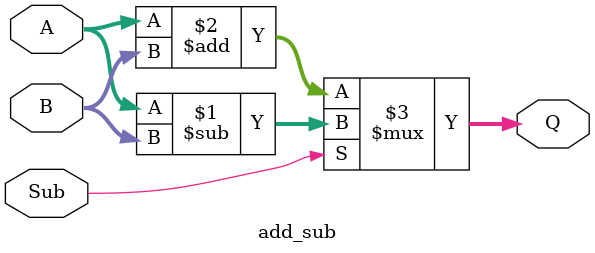
<source format=v>

module add_sub
	#(parameter N = 16)
	(
		input  wire [N-1:0] A,
		input  wire [N-1:0] B,
		input  wire			  Sub,
		
		output wire	[N-1:0] Q
	);
	
	assign Q = (Sub) ? A - B : A + B;

endmodule

</source>
